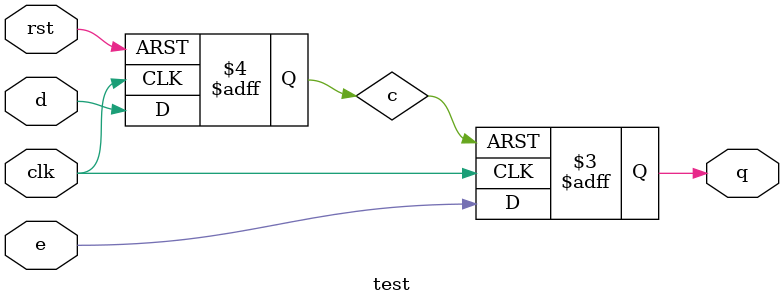
<source format=v>
module test (q, clk, rst, d, e);
output q;
reg c;
input rst, clk, d, e;
reg q;
always @(posedge clk or posedge rst)
if (rst)
c = 0;
else
c = d; //warning on "c[3]", set
//signal is an output of
//sequential device
always @(posedge clk or posedge c)
if (c)
q = 1;
else
q = e;
endmodule


</source>
